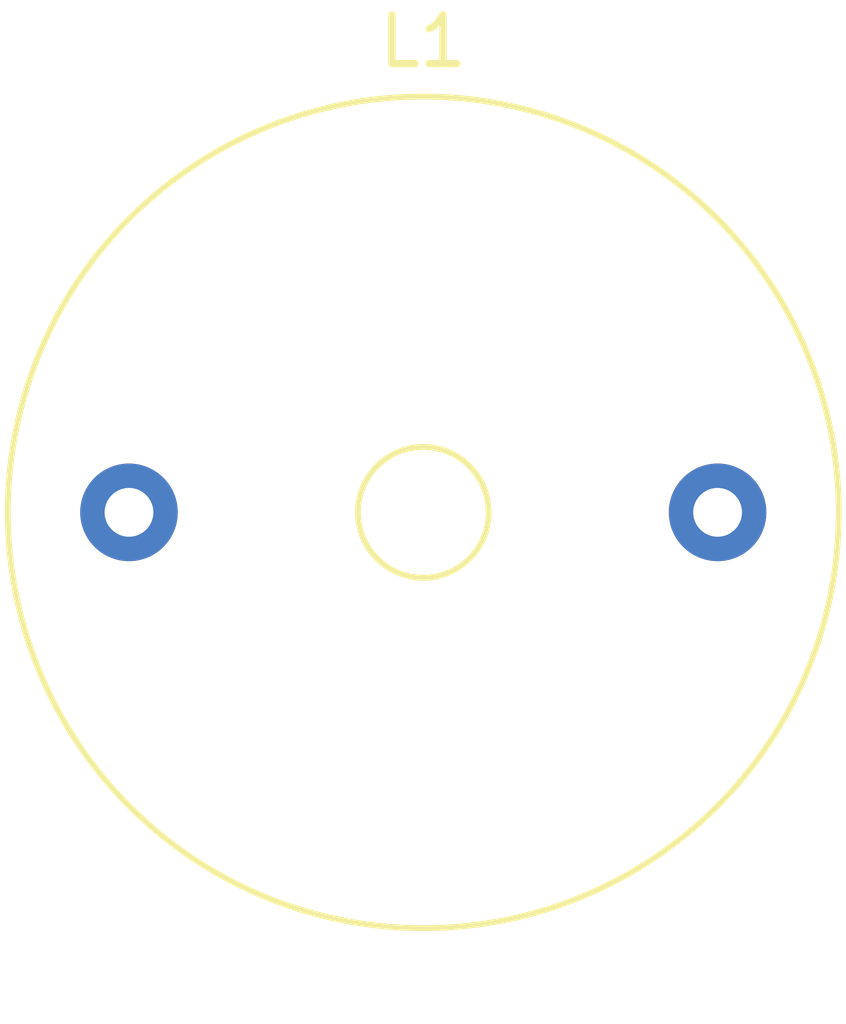
<source format=kicad_pcb>
(kicad_pcb (version 20211014) (generator pcbnew)
  (layers (0 "F.Cu" signal) (31 "B.Cu" signal) (34 "B.Paste" user) (35 "F.Paste" user) (36 "B.SilkS" user "B.Silkscreen") (37 "F.SilkS" user "F.Silkscreen") (38 "B.Mask" user) (39 "F.Mask" user) (44 "Edge.Cuts" user))
  (net 0 "")
  (net 2 "Net-(CR1-Pad2)")
  (footprint "Inductor_THT:L_Radial_D16.8mm_P12.07mm_Vishay_IHB-1" (layer "F.Cu") (at 133.35 82.55)
    (fp_text reference "L1" (at 6.035 -9.65) (layer "F.SilkS"))
    (fp_text value "L_Ferrite")
    (fp_circle (center 6.035 0) (end 14.555 0) (layer "F.SilkS") (width 0.12) (fill none))
    (fp_circle (center 6.035 0) (end 7.375 0) (layer "F.SilkS") (width 0.12) (fill none))
    (pad "1" thru_hole circle (at 0 0) (size 2 2) (drill 1) (layers *.Cu *.Mask))
    (pad "2" thru_hole circle (at 12.07 0) (size 2 2) (drill 1) (layers *.Cu *.Mask) (net 2 "Net-(CR1-Pad2)"))
  )
)
</source>
